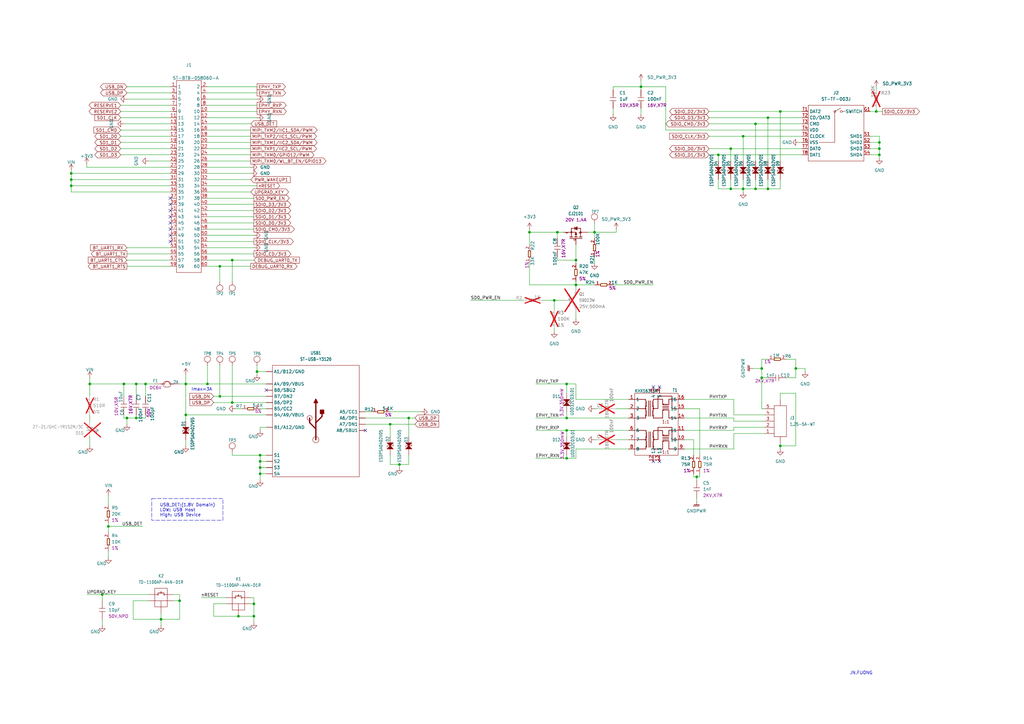
<source format=kicad_sch>
(kicad_sch (version 20231120) (generator "eeschema") (generator_version "8.0")
  (paper "A3")
  (junction (at 312.42 154.94))
  (junction (at 285.75 195.58))
  (junction (at 360.68 58.42))
  (junction (at 243.84 95.25))
  (junction (at 97.79 252.73))
  (junction (at 95.25 165.1))
  (junction (at 304.8 55.88))
  (junction (at 294.64 63.5))
  (junction (at 104.14 247.65))
  (junction (at 76.2 170.18))
  (junction (at 85.09 157.48))
  (junction (at 232.41 171.45))
  (junction (at 55.88 157.48))
  (junction (at 41.91 243.84))
  (junction (at 29.21 71.12))
  (junction (at 299.72 60.96))
  (junction (at 312.42 151.13))
  (junction (at 359.41 45.72))
  (junction (at 217.17 95.25))
  (junction (at 44.45 215.9))
  (junction (at 50.8 157.48))
  (junction (at 160.02 173.99))
  (junction (at 320.04 45.72))
  (junction (at 163.83 190.5))
  (junction (at 167.64 171.45))
  (junction (at 106.68 194.31))
  (junction (at 360.68 63.5))
  (junction (at 106.68 191.77))
  (junction (at 262.89 35.56))
  (junction (at 104.14 252.73))
  (junction (at 90.17 162.56))
  (junction (at 232.41 176.53))
  (junction (at 304.8 77.47))
  (junction (at 90.17 109.22))
  (junction (at 106.68 189.23))
  (junction (at 309.88 77.47))
  (junction (at 52.07 171.45))
  (junction (at 360.68 60.96))
  (junction (at 314.96 48.26))
  (junction (at 106.68 186.69))
  (junction (at 66.04 254))
  (junction (at 76.2 157.48))
  (junction (at 309.88 50.8))
  (junction (at 326.39 151.13))
  (junction (at 29.21 73.66))
  (junction (at 227.33 123.19))
  (junction (at 29.21 76.2))
  (junction (at 59.69 157.48))
  (junction (at 228.6 95.25))
  (junction (at 105.41 152.4))
  (junction (at 236.22 106.68))
  (junction (at 36.83 157.48))
  (junction (at 55.88 171.45))
  (junction (at 73.66 246.38))
  (junction (at 299.72 77.47))
  (junction (at 320.04 182.88))
  (junction (at 232.41 157.48))
  (junction (at 95.25 106.68))
  (junction (at 314.96 77.47))
  (junction (at 236.22 116.84))
  (junction (at 232.41 187.96))
  (no_connect (at 267.97 189.23))
  (no_connect (at 69.85 81.28))
  (no_connect (at 69.85 93.98))
  (no_connect (at 149.86 176.53))
  (no_connect (at 69.85 86.36))
  (no_connect (at 267.97 158.75))
  (no_connect (at 270.51 158.75))
  (no_connect (at 69.85 83.82))
  (no_connect (at 69.85 91.44))
  (no_connect (at 270.51 189.23))
  (no_connect (at 69.85 88.9))
  (no_connect (at 109.22 160.02))
  (no_connect (at 69.85 99.06))
  (no_connect (at 69.85 96.52))
  (wire (pts (xy 328.93 53.34) (xy 273.05 53.34)))
  (wire (pts (xy 299.72 77.47) (xy 304.8 77.47)))
  (wire (pts (xy 29.21 71.12) (xy 29.21 73.66)))
  (wire (pts (xy 299.72 60.96) (xy 299.72 66.04)))
  (wire (pts (xy 300.99 176.53) (xy 300.99 175.26)))
  (wire (pts (xy 232.41 157.48) (xy 232.41 161.29)))
  (wire (pts (xy 236.22 157.48) (xy 236.22 163.83)))
  (wire (pts (xy 304.8 77.47) (xy 304.8 78.74)))
  (wire (pts (xy 104.14 93.98) (xy 85.09 93.98)))
  (wire (pts (xy 273.05 35.56) (xy 262.89 35.56)))
  (wire (pts (xy 320.04 181.61) (xy 320.04 182.88)))
  (wire (pts (xy 330.2 152.4) (xy 330.2 151.13)))
  (wire (pts (xy 106.68 167.64) (xy 109.22 167.64)))
  (wire (pts (xy 76.2 180.34) (xy 76.2 182.88)))
  (wire (pts (xy 300.99 170.18) (xy 313.69 170.18)))
  (wire (pts (xy 90.17 162.56) (xy 109.22 162.56)))
  (wire (pts (xy 90.17 109.22) (xy 102.87 109.22)))
  (wire (pts (xy 54.61 254) (xy 66.04 254)))
  (wire (pts (xy 236.22 184.15) (xy 257.81 184.15)))
  (wire (pts (xy 41.91 243.84) (xy 41.91 246.38)))
  (wire (pts (xy 290.83 45.72) (xy 320.04 45.72)))
  (wire (pts (xy 280.67 167.64) (xy 287.02 167.64)))
  (wire (pts (xy 284.48 195.58) (xy 284.48 194.31)))
  (wire (pts (xy 105.41 152.4) (xy 105.41 153.67)))
  (wire (pts (xy 285.75 204.47) (xy 285.75 205.74)))
  (wire (pts (xy 217.17 95.25) (xy 228.6 95.25)))
  (wire (pts (xy 85.09 71.12) (xy 102.87 71.12)))
  (wire (pts (xy 104.14 91.44) (xy 85.09 91.44)))
  (wire (pts (xy 49.53 45.72) (xy 69.85 45.72)))
  (wire (pts (xy 241.3 95.25) (xy 243.84 95.25)))
  (wire (pts (xy 55.88 157.48) (xy 55.88 162.56)))
  (wire (pts (xy 280.67 171.45) (xy 300.99 171.45)))
  (wire (pts (xy 41.91 254) (xy 41.91 256.54)))
  (wire (pts (xy 320.04 161.29) (xy 326.39 161.29)))
  (wire (pts (xy 104.14 245.11) (xy 104.14 247.65)))
  (wire (pts (xy 320.04 45.72) (xy 320.04 66.04)))
  (wire (pts (xy 106.68 175.26) (xy 106.68 176.53)))
  (wire (pts (xy 356.87 60.96) (xy 360.68 60.96)))
  (wire (pts (xy 92.71 247.65) (xy 87.63 247.65)))
  (wire (pts (xy 44.45 214.63) (xy 44.45 215.9)))
  (wire (pts (xy 294.64 63.5) (xy 328.93 63.5)))
  (wire (pts (xy 251.46 35.56) (xy 251.46 36.83)))
  (wire (pts (xy 44.45 226.06) (xy 44.45 228.6)))
  (wire (pts (xy 36.83 170.18) (xy 36.83 172.72)))
  (wire (pts (xy 73.66 157.48) (xy 76.2 157.48)))
  (wire (pts (xy 290.83 55.88) (xy 304.8 55.88)))
  (wire (pts (xy 300.99 177.8) (xy 313.69 177.8)))
  (wire (pts (xy 52.07 171.45) (xy 55.88 171.45)))
  (wire (pts (xy 322.58 147.32) (xy 326.39 147.32)))
  (wire (pts (xy 163.83 190.5) (xy 167.64 190.5)))
  (wire (pts (xy 359.41 44.45) (xy 359.41 45.72)))
  (wire (pts (xy 95.25 165.1) (xy 109.22 165.1)))
  (wire (pts (xy 236.22 163.83) (xy 257.81 163.83)))
  (wire (pts (xy 95.25 149.86) (xy 95.25 165.1)))
  (wire (pts (xy 304.8 55.88) (xy 304.8 66.04)))
  (wire (pts (xy 76.2 157.48) (xy 85.09 157.48)))
  (wire (pts (xy 287.02 194.31) (xy 287.02 195.58)))
  (wire (pts (xy 359.41 35.56) (xy 359.41 36.83)))
  (wire (pts (xy 76.2 153.67) (xy 76.2 157.48)))
  (wire (pts (xy 95.25 106.68) (xy 95.25 115.57)))
  (wire (pts (xy 90.17 149.86) (xy 90.17 162.56)))
  (wire (pts (xy 312.42 151.13) (xy 312.42 154.94)))
  (wire (pts (xy 109.22 191.77) (xy 106.68 191.77)))
  (wire (pts (xy 232.41 176.53) (xy 232.41 179.07)))
  (wire (pts (xy 85.09 149.86) (xy 85.09 157.48)))
  (wire (pts (xy 59.69 170.18) (xy 59.69 171.45)))
  (wire (pts (xy 66.04 254) (xy 66.04 251.46)))
  (wire (pts (xy 71.12 246.38) (xy 73.66 246.38)))
  (wire (pts (xy 87.63 247.65) (xy 87.63 252.73)))
  (wire (pts (xy 105.41 35.56) (xy 85.09 35.56)))
  (wire (pts (xy 104.14 88.9) (xy 85.09 88.9)))
  (wire (pts (xy 360.68 58.42) (xy 360.68 60.96)))
  (wire (pts (xy 285.75 195.58) (xy 287.02 195.58)))
  (wire (pts (xy 252.73 180.34) (xy 257.81 180.34)))
  (wire (pts (xy 105.41 43.18) (xy 85.09 43.18)))
  (wire (pts (xy 294.64 63.5) (xy 294.64 66.04)))
  (wire (pts (xy 356.87 58.42) (xy 360.68 58.42)))
  (wire (pts (xy 102.87 73.66) (xy 85.09 73.66)))
  (wire (pts (xy 304.8 55.88) (xy 328.93 55.88)))
  (wire (pts (xy 52.07 38.1) (xy 69.85 38.1)))
  (wire (pts (xy 167.64 171.45) (xy 170.18 171.45)))
  (wire (pts (xy 285.75 196.85) (xy 285.75 195.58)))
  (wire (pts (xy 160.02 186.69) (xy 160.02 190.5)))
  (wire (pts (xy 314.96 48.26) (xy 314.96 66.04)))
  (wire (pts (xy 104.14 86.36) (xy 85.09 86.36)))
  (wire (pts (xy 85.09 109.22) (xy 90.17 109.22)))
  (wire (pts (xy 243.84 95.25) (xy 243.84 97.79)))
  (wire (pts (xy 320.04 77.47) (xy 320.04 73.66)))
  (wire (pts (xy 356.87 45.72) (xy 359.41 45.72)))
  (wire (pts (xy 104.14 83.82) (xy 85.09 83.82)))
  (wire (pts (xy 29.21 71.12) (xy 69.85 71.12)))
  (wire (pts (xy 251.46 116.84) (xy 267.97 116.84)))
  (wire (pts (xy 102.87 58.42) (xy 85.09 58.42)))
  (wire (pts (xy 90.17 109.22) (xy 90.17 115.57)))
  (wire (pts (xy 227.33 134.62) (xy 227.33 135.89)))
  (wire (pts (xy 330.2 151.13) (xy 326.39 151.13)))
  (wire (pts (xy 87.63 165.1) (xy 95.25 165.1)))
  (wire (pts (xy 309.88 73.66) (xy 309.88 77.47)))
  (wire (pts (xy 294.64 77.47) (xy 299.72 77.47)))
  (wire (pts (xy 76.2 170.18) (xy 76.2 157.48)))
  (wire (pts (xy 149.86 173.99) (xy 160.02 173.99)))
  (wire (pts (xy 300.99 172.72) (xy 313.69 172.72)))
  (wire (pts (xy 106.68 189.23) (xy 106.68 191.77)))
  (wire (pts (xy 35.56 243.84) (xy 41.91 243.84)))
  (wire (pts (xy 326.39 182.88) (xy 320.04 182.88)))
  (wire (pts (xy 314.96 77.47) (xy 320.04 77.47)))
  (wire (pts (xy 243.84 95.25) (xy 252.73 95.25)))
  (wire (pts (xy 104.14 252.73) (xy 104.14 247.65)))
  (wire (pts (xy 54.61 246.38) (xy 54.61 254)))
  (wire (pts (xy 66.04 254) (xy 66.04 256.54)))
  (wire (pts (xy 60.96 246.38) (xy 54.61 246.38)))
  (wire (pts (xy 290.83 63.5) (xy 294.64 63.5)))
  (wire (pts (xy 29.21 73.66) (xy 69.85 73.66)))
  (wire (pts (xy 97.79 252.73) (xy 104.14 252.73)))
  (wire (pts (xy 232.41 168.91) (xy 232.41 171.45)))
  (wire (pts (xy 85.09 157.48) (xy 109.22 157.48)))
  (wire (pts (xy 59.69 157.48) (xy 63.5 157.48)))
  (wire (pts (xy 102.87 53.34) (xy 85.09 53.34)))
  (wire (pts (xy 41.91 243.84) (xy 60.96 243.84)))
  (wire (pts (xy 320.04 182.88) (xy 320.04 184.15)))
  (wire (pts (xy 217.17 93.98) (xy 217.17 95.25)))
  (wire (pts (xy 96.52 167.64) (xy 99.06 167.64)))
  (wire (pts (xy 312.42 154.94) (xy 314.96 154.94)))
  (wire (pts (xy 309.88 77.47) (xy 314.96 77.47)))
  (wire (pts (xy 163.83 190.5) (xy 163.83 191.77)))
  (wire (pts (xy 232.41 186.69) (xy 232.41 187.96)))
  (wire (pts (xy 327.66 58.42) (xy 328.93 58.42)))
  (wire (pts (xy 104.14 247.65) (xy 102.87 247.65)))
  (wire (pts (xy 356.87 63.5) (xy 360.68 63.5)))
  (wire (pts (xy 219.71 171.45) (xy 232.41 171.45)))
  (wire (pts (xy 85.09 66.04) (xy 102.87 66.04)))
  (wire (pts (xy 106.68 191.77) (xy 106.68 194.31)))
  (wire (pts (xy 104.14 81.28) (xy 85.09 81.28)))
  (wire (pts (xy 285.75 195.58) (xy 284.48 195.58)))
  (wire (pts (xy 29.21 69.85) (xy 29.21 71.12)))
  (wire (pts (xy 304.8 73.66) (xy 304.8 77.47)))
  (wire (pts (xy 262.89 44.45) (xy 262.89 46.99)))
  (wire (pts (xy 87.63 162.56) (xy 90.17 162.56)))
  (wire (pts (xy 105.41 40.64) (xy 85.09 40.64)))
  (wire (pts (xy 326.39 151.13) (xy 326.39 154.94)))
  (wire (pts (xy 300.99 175.26) (xy 313.69 175.26)))
  (wire (pts (xy 280.67 184.15) (xy 300.99 184.15)))
  (wire (pts (xy 104.14 252.73) (xy 104.14 255.27)))
  (wire (pts (xy 167.64 190.5) (xy 167.64 186.69)))
  (wire (pts (xy 109.22 175.26) (xy 106.68 175.26)))
  (wire (pts (xy 95.25 186.69) (xy 95.25 185.42)))
  (wire (pts (xy 35.56 67.31) (xy 35.56 68.58)))
  (wire (pts (xy 290.83 48.26) (xy 314.96 48.26)))
  (wire (pts (xy 44.45 215.9) (xy 44.45 218.44)))
  (wire (pts (xy 280.67 176.53) (xy 300.99 176.53)))
  (wire (pts (xy 85.09 68.58) (xy 102.87 68.58)))
  (wire (pts (xy 50.8 170.18) (xy 50.8 171.45)))
  (wire (pts (xy 300.99 184.15) (xy 300.99 177.8)))
  (wire (pts (xy 309.88 50.8) (xy 309.88 66.04)))
  (wire (pts (xy 95.25 106.68) (xy 104.14 106.68)))
  (wire (pts (xy 55.88 171.45) (xy 55.88 170.18)))
  (wire (pts (xy 217.17 116.84) (xy 236.22 116.84)))
  (wire (pts (xy 312.42 147.32) (xy 312.42 151.13)))
  (wire (pts (xy 326.39 154.94) (xy 322.58 154.94)))
  (wire (pts (xy 71.12 243.84) (xy 73.66 243.84)))
  (wire (pts (xy 236.22 106.68) (xy 236.22 107.95)))
  (wire (pts (xy 49.53 58.42) (xy 69.85 58.42)))
  (wire (pts (xy 73.66 254) (xy 66.04 254)))
  (wire (pts (xy 273.05 53.34) (xy 273.05 35.56)))
  (wire (pts (xy 52.07 106.68) (xy 69.85 106.68)))
  (wire (pts (xy 314.96 48.26) (xy 328.93 48.26)))
  (wire (pts (xy 228.6 95.25) (xy 228.6 97.79)))
  (wire (pts (xy 314.96 147.32) (xy 312.42 147.32)))
  (wire (pts (xy 236.22 128.27) (xy 236.22 130.81)))
  (wire (pts (xy 73.66 243.84) (xy 73.66 246.38)))
  (wire (pts (xy 360.68 55.88) (xy 360.68 58.42)))
  (wire (pts (xy 217.17 95.25) (xy 217.17 100.33)))
  (wire (pts (xy 55.88 157.48) (xy 59.69 157.48)))
  (wire (pts (xy 320.04 45.72) (xy 328.93 45.72)))
  (wire (pts (xy 105.41 149.86) (xy 105.41 152.4)))
  (wire (pts (xy 243.84 105.41) (xy 243.84 107.95)))
  (wire (pts (xy 236.22 100.33) (xy 236.22 106.68)))
  (wire (pts (xy 262.89 33.02) (xy 262.89 35.56)))
  (wire (pts (xy 49.53 55.88) (xy 69.85 55.88)))
  (wire (pts (xy 149.86 168.91) (xy 152.4 168.91)))
  (wire (pts (xy 105.41 38.1) (xy 85.09 38.1)))
  (wire (pts (xy 95.25 186.69) (xy 106.68 186.69)))
  (wire (pts (xy 243.84 91.44) (xy 243.84 95.25)))
  (wire (pts (xy 105.41 76.2) (xy 85.09 76.2)))
  (wire (pts (xy 304.8 77.47) (xy 309.88 77.47)))
  (wire (pts (xy 312.42 154.94) (xy 312.42 167.64)))
  (wire (pts (xy 102.87 245.11) (xy 104.14 245.11)))
  (wire (pts (xy 160.02 190.5) (xy 163.83 190.5)))
  (wire (pts (xy 290.83 60.96) (xy 299.72 60.96)))
  (wire (pts (xy 106.68 186.69) (xy 106.68 189.23)))
  (wire (pts (xy 102.87 60.96) (xy 85.09 60.96)))
  (wire (pts (xy 87.63 252.73) (xy 97.79 252.73)))
  (wire (pts (xy 102.87 55.88) (xy 85.09 55.88)))
  (wire (pts (xy 50.8 162.56) (xy 50.8 157.48)))
  (wire (pts (xy 284.48 180.34) (xy 284.48 186.69)))
  (wire (pts (xy 73.66 246.38) (xy 73.66 254)))
  (wire (pts (xy 60.96 66.04) (xy 69.85 66.04)))
  (wire (pts (xy 232.41 176.53) (xy 257.81 176.53)))
  (wire (pts (xy 228.6 105.41) (xy 228.6 106.68)))
  (wire (pts (xy 104.14 101.6) (xy 85.09 101.6)))
  (wire (pts (xy 52.07 35.56) (xy 69.85 35.56)))
  (wire (pts (xy 320.04 163.83) (xy 320.04 161.29)))
  (wire (pts (xy 314.96 73.66) (xy 314.96 77.47)))
  (wire (pts (xy 52.07 40.64) (xy 69.85 40.64)))
  (wire (pts (xy 217.17 107.95) (xy 217.17 116.84)))
  (wire (pts (xy 219.71 187.96) (xy 232.41 187.96)))
  (wire (pts (xy 287.02 167.64) (xy 287.02 186.69)))
  (wire (pts (xy 160.02 173.99) (xy 170.18 173.99)))
  (wire (pts (xy 232.41 157.48) (xy 236.22 157.48)))
  (wire (pts (xy 290.83 50.8) (xy 309.88 50.8)))
  (wire (pts (xy 236.22 187.96) (xy 236.22 184.15)))
  (wire (pts (xy 85.09 106.68) (xy 95.25 106.68)))
  (wire (pts (xy 29.21 76.2) (xy 29.21 78.74)))
  (wire (pts (xy 309.88 50.8) (xy 328.93 50.8)))
  (wire (pts (xy 104.14 99.06) (xy 85.09 99.06)))
  (wire (pts (xy 243.84 180.34) (xy 245.11 180.34)))
  (wire (pts (xy 85.09 63.5) (xy 102.87 63.5)))
  (wire (pts (xy 312.42 167.64) (xy 313.69 167.64)))
  (wire (pts (xy 167.64 171.45) (xy 167.64 179.07)))
  (wire (pts (xy 109.22 170.18) (xy 76.2 170.18)))
  (wire (pts (xy 300.99 163.83) (xy 300.99 170.18)))
  (wire (pts (xy 29.21 78.74) (xy 69.85 78.74)))
  (wire (pts (xy 326.39 161.29) (xy 326.39 182.88)))
  (wire (pts (xy 326.39 147.32) (xy 326.39 151.13)))
  (wire (pts (xy 360.68 63.5) (xy 360.68 64.77)))
  (wire (pts (xy 105.41 48.26) (xy 85.09 48.26)))
  (wire (pts (xy 299.72 60.96) (xy 328.93 60.96)))
  (wire (pts (xy 36.83 157.48) (xy 50.8 157.48)))
  (wire (pts (xy 308.61 151.13) (xy 312.42 151.13)))
  (wire (pts (xy 280.67 163.83) (xy 300.99 163.83)))
  (wire (pts (xy 280.67 180.34) (xy 284.48 180.34)))
  (wire (pts (xy 59.69 157.48) (xy 59.69 162.56)))
  (wire (pts (xy 356.87 55.88) (xy 360.68 55.88)))
  (wire (pts (xy 44.45 215.9) (xy 58.42 215.9)))
  (wire (pts (xy 35.56 68.58) (xy 69.85 68.58)))
  (wire (pts (xy 44.45 203.2) (xy 44.45 207.01)))
  (wire (pts (xy 222.25 123.19) (xy 227.33 123.19)))
  (wire (pts (xy 252.73 93.98) (xy 252.73 95.25)))
  (wire (pts (xy 109.22 194.31) (xy 106.68 194.31)))
  (wire (pts (xy 236.22 115.57) (xy 236.22 116.84)))
  (wire (pts (xy 55.88 171.45) (xy 59.69 171.45)))
  (wire (pts (xy 106.68 194.31) (xy 106.68 196.85)))
  (wire (pts (xy 160.02 173.99) (xy 160.02 179.07)))
  (wire (pts (xy 82.55 245.11) (xy 92.71 245.11)))
  (wire (pts (xy 231.14 95.25) (xy 228.6 95.25)))
  (wire (pts (xy 50.8 157.48) (xy 55.88 157.48)))
  (wire (pts (xy 29.21 76.2) (xy 69.85 76.2)))
  (wire (pts (xy 359.41 45.72) (xy 361.95 45.72)))
  (wire (pts (xy 219.71 157.48) (xy 232.41 157.48)))
  (wire (pts (xy 104.14 96.52) (xy 85.09 96.52)))
  (wire (pts (xy 109.22 189.23) (xy 106.68 189.23)))
  (wire (pts (xy 251.46 44.45) (xy 251.46 46.99)))
  (wire (pts (xy 262.89 35.56) (xy 251.46 35.56)))
  (wire (pts (xy 262.89 35.56) (xy 262.89 36.83)))
  (wire (pts (xy 76.2 170.18) (xy 76.2 172.72)))
  (wire (pts (xy 299.72 73.66) (xy 299.72 77.47)))
  (wire (pts (xy 232.41 187.96) (xy 236.22 187.96)))
  (wire (pts (xy 50.8 171.45) (xy 52.07 171.45)))
  (wire (pts (xy 219.71 176.53) (xy 232.41 176.53)))
  (wire (pts (xy 227.33 123.19) (xy 231.14 123.19)))
  (wire (pts (xy 49.53 60.96) (xy 69.85 60.96)))
  (wire (pts (xy 36.83 179.07) (xy 36.83 182.88)))
  (wire (pts (xy 106.68 186.69) (xy 109.22 186.69)))
  (wire (pts (xy 252.73 167.64) (xy 257.81 167.64)))
  (wire (pts (xy 102.87 50.8) (xy 85.09 50.8)))
  (wire (pts (xy 243.84 167.64) (xy 245.11 167.64)))
  (wire (pts (xy 228.6 106.68) (xy 236.22 106.68)))
  (wire (pts (xy 36.83 154.94) (xy 36.83 157.48)))
  (wire (pts (xy 102.87 78.74) (xy 85.09 78.74)))
  (wire (pts (xy 52.07 101.6) (xy 69.85 101.6)))
  (wire (pts (xy 49.53 48.26) (xy 69.85 48.26)))
  (wire (pts (xy 29.21 73.66) (xy 29.21 76.2)))
  (wire (pts (xy 49.53 53.34) (xy 69.85 53.34)))
  (wire (pts (xy 300.99 171.45) (xy 300.99 172.72)))
  (wire (pts (xy 236.22 116.84) (xy 236.22 118.11)))
  (wire (pts (xy 227.33 123.19) (xy 227.33 127)))
  (wire (pts (xy 193.04 123.19) (xy 214.63 123.19)))
  (wire (pts (xy 105.41 45.72) (xy 85.09 45.72)))
  (wire (pts (xy 52.07 171.45) (xy 52.07 173.99)))
  (wire (pts (xy 360.68 60.96) (xy 360.68 63.5)))
  (wire (pts (xy 52.07 104.14) (xy 69.85 104.14)))
  (wire (pts (xy 149.86 171.45) (xy 167.64 171.45)))
  (wire (pts (xy 50.8 50.8) (xy 69.85 50.8)))
  (wire (pts (xy 236.22 116.84) (xy 243.84 116.84)))
  (wire (pts (xy 160.02 168.91) (xy 172.72 168.91)))
  (wire (pts (xy 69.85 43.18) (xy 49.53 43.18)))
  (wire (pts (xy 294.64 73.66) (xy 294.64 77.47)))
  (wire (pts (xy 49.53 63.5) (xy 69.85 63.5)))
  (wire (pts (xy 36.83 157.48) (xy 36.83 162.56)))
  (wire (pts (xy 109.22 152.4) (xy 105.41 152.4)))
  (wire (pts (xy 232.41 171.45) (xy 257.81 171.45)))
  (wire (pts (xy 104.14 104.14) (xy 85.09 104.14)))
  (wire (pts (xy 52.07 109.22) (xy 69.85 109.22)))
  (rectangle (start 62.23 204.47) (end 91.44 213.36) (stroke (width 0) (type dash)))
  (text "JN.FUONG" (at 348.488 276.86 0) (effects (font (size 1.27 1.27)) (justify left bottom)))
  (text "USB_DET:(1.8V Domain)\nLOW: USB Host\nHigh: USB Device" (at 65.532 209.296 0) (effects (font (size 1.27 1.27)) (justify left)))
  (text "Imax=3A\n" (at 78.486 160.528 0) (effects (font (size 1.27 1.27)) (justify left bottom)))
  (label "EPHY_RXP" (at 219.71 176.53 0))
  (label "SD0_PWR_EN" (at 267.97 116.84 180))
  (label "PHYTXP" (at 290.83 163.83 0))
  (label "EPHY_TXN" (at 219.71 171.45 0))
  (label "PHYTXN" (at 290.83 171.45 0))
  (label "EPHY_TXP" (at 219.71 157.48 0))
  (label "PHYRXN" (at 290.83 184.15 0))
  (label "SD0_PWR_EN" (at 193.04 123.19 0))
  (label "nRESET" (at 82.55 245.11 0))
  (label "USB_DET" (at 58.42 215.9 180))
  (label "PHYRXP" (at 290.83 176.53 0))
  (label "EPHY_RXN" (at 219.71 187.96 0))
  (label "UPGRAD_KEY" (at 35.56 243.84 0))
  (global_label "EPHY_RXP" (shape output) (at 105.41 43.18 0) (property "Intersheetrefs" "${INTERSHEET_REFS}" (effects (hide yes))))
  (global_label "USB_DP" (shape input) (at 170.18 171.45 0) (property "Intersheetrefs" "${INTERSHEET_REFS}" (effects (hide yes))))
  (global_label "USB_DN" (shape input) (at 87.63 162.56 180) (property "Intersheetrefs" "${INTERSHEET_REFS}" (effects (hide yes))))
  (global_label "MIPI_TXP2{slash}IIC1_SCL{slash}PWM" (shape output) (at 102.87 55.88 0) (property "Intersheetrefs" "${INTERSHEET_REFS}" (effects (hide yes))))
  (global_label "MIPI_TXP1{slash}IIC2_SCL{slash}PWM" (shape output) (at 102.87 60.96 0) (property "Intersheetrefs" "${INTERSHEET_REFS}" (effects (hide yes))))
  (global_label "SDIO_CLK{slash}3V3" (shape input) (at 290.83 55.88 180) (property "Intersheetrefs" "${INTERSHEET_REFS}" (effects (hide yes))))
  (global_label "MIPI_TXM2{slash}IIC1_SDA{slash}PWM" (shape output) (at 102.87 53.34 0) (property "Intersheetrefs" "${INTERSHEET_REFS}" (effects (hide yes))))
  (global_label "BT_UART1_RTS" (shape output) (at 52.07 109.22 180) (property "Intersheetrefs" "${INTERSHEET_REFS}" (effects (hide yes))))
  (global_label "USB_DN" (shape input) (at 170.18 173.99 0) (property "Intersheetrefs" "${INTERSHEET_REFS}" (effects (hide yes))))
  (global_label "BT_UART1_TX" (shape output) (at 52.07 104.14 180) (property "Intersheetrefs" "${INTERSHEET_REFS}" (effects (hide yes))))
  (global_label "USB_DN" (shape bidirectional) (at 52.07 35.56 180) (property "Intersheetrefs" "${INTERSHEET_REFS}" (effects (hide yes))))
  (global_label "SDIO_D3{slash}3V3" (shape output) (at 104.14 83.82 0) (property "Intersheetrefs" "${INTERSHEET_REFS}" (effects (hide yes))))
  (global_label "MIPI_TXM1{slash}IIC2_SDA{slash}PWM" (shape output) (at 102.87 58.42 0) (property "Intersheetrefs" "${INTERSHEET_REFS}" (effects (hide yes))))
  (global_label "SDIO_CMD{slash}3V3" (shape bidirectional) (at 290.83 50.8 180) (property "Intersheetrefs" "${INTERSHEET_REFS}" (effects (hide yes))))
  (global_label "nRESET" (shape output) (at 105.41 76.2 0) (property "Intersheetrefs" "${INTERSHEET_REFS}" (effects (hide yes))))
  (global_label "SD1_D3" (shape bidirectional) (at 49.53 63.5 180) (property "Intersheetrefs" "${INTERSHEET_REFS}" (effects (hide yes))))
  (global_label "SD0_PWR_EN" (shape output) (at 104.14 81.28 0) (property "Intersheetrefs" "${INTERSHEET_REFS}" (effects (hide yes))))
  (global_label "RESERVE1" (shape bidirectional) (at 49.53 43.18 180) (property "Intersheetrefs" "${INTERSHEET_REFS}" (effects (hide yes))))
  (global_label "SDIO_CMD{slash}3V3" (shape output) (at 104.14 93.98 0) (property "Intersheetrefs" "${INTERSHEET_REFS}" (effects (hide yes))))
  (global_label "DEBUG_UART0_RX" (shape output) (at 102.87 109.22 0) (property "Intersheetrefs" "${INTERSHEET_REFS}" (effects (hide yes))))
  (global_label "MIPI_TXM0{slash}WL_BT_EN{slash}GPIO13" (shape output) (at 102.87 66.04 0) (property "Intersheetrefs" "${INTERSHEET_REFS}" (effects (hide yes))))
  (global_label "SDIO_D1{slash}3V3" (shape output) (at 104.14 88.9 0) (property "Intersheetrefs" "${INTERSHEET_REFS}" (effects (hide yes))))
  (global_label "SDIO_CLK{slash}3V3" (shape output) (at 104.14 99.06 0) (property "Intersheetrefs" "${INTERSHEET_REFS}" (effects (hide yes))))
  (global_label "USB_DP" (shape bidirectional) (at 52.07 38.1 180) (property "Intersheetrefs" "${INTERSHEET_REFS}" (effects (hide yes))))
  (global_label "RESERVE2" (shape bidirectional) (at 49.53 45.72 180) (property "Intersheetrefs" "${INTERSHEET_REFS}" (effects (hide yes))))
  (global_label "USB_DET" (shape input) (at 102.87 50.8 0) (property "Intersheetrefs" "${INTERSHEET_REFS}" (effects (hide yes))))
  (global_label "SDIO_D1{slash}3V3" (shape bidirectional) (at 290.83 63.5 180) (property "Intersheetrefs" "${INTERSHEET_REFS}" (effects (hide yes))))
  (global_label "SDIO_D0{slash}3V3" (shape output) (at 104.14 91.44 0) (property "Intersheetrefs" "${INTERSHEET_REFS}" (effects (hide yes))))
  (global_label "SDIO_D0{slash}3V3" (shape bidirectional) (at 290.83 60.96 180) (property "Intersheetrefs" "${INTERSHEET_REFS}" (effects (hide yes))))
  (global_label "BT_UART1_RX" (shape input) (at 52.07 101.6 180) (property "Intersheetrefs" "${INTERSHEET_REFS}" (effects (hide yes))))
  (global_label "SDIO_D3{slash}3V3" (shape bidirectional) (at 290.83 48.26 180) (property "Intersheetrefs" "${INTERSHEET_REFS}" (effects (hide yes))))
  (global_label "BT_UART1_CTS" (shape input) (at 52.07 106.68 180) (property "Intersheetrefs" "${INTERSHEET_REFS}" (effects (hide yes))))
  (global_label "SD1_D0" (shape bidirectional) (at 49.53 55.88 180) (property "Intersheetrefs" "${INTERSHEET_REFS}" (effects (hide yes))))
  (global_label "SDIO_CD{slash}3V3" (shape output) (at 104.14 104.14 0) (property "Intersheetrefs" "${INTERSHEET_REFS}" (effects (hide yes))))
  (global_label "USB_DP" (shape input) (at 87.63 165.1 180) (property "Intersheetrefs" "${INTERSHEET_REFS}" (effects (hide yes))))
  (global_label "SDIO_D2{slash}3V3" (shape output) (at 104.14 86.36 0) (property "Intersheetrefs" "${INTERSHEET_REFS}" (effects (hide yes))))
  (global_label "SD1_CMD" (shape input) (at 49.53 53.34 180) (property "Intersheetrefs" "${INTERSHEET_REFS}" (effects (hide yes))))
  (global_label "SDIO_CD{slash}3V3" (shape output) (at 361.95 45.72 0) (property "Intersheetrefs" "${INTERSHEET_REFS}" (effects (hide yes))))
  (global_label "DEBUG_UART0_TX" (shape input) (at 104.14 106.68 0) (property "Intersheetrefs" "${INTERSHEET_REFS}" (effects (hide yes))))
  (global_label "UPGRAD_KEY" (shape bidirectional) (at 102.87 78.74 0) (property "Intersheetrefs" "${INTERSHEET_REFS}" (effects (hide yes))))
  (global_label "EPHY_TXN" (shape output) (at 105.41 38.1 0) (property "Intersheetrefs" "${INTERSHEET_REFS}" (effects (hide yes))))
  (global_label "MIPI_TXM0{slash}GPIO12{slash}PWM" (shape output) (at 102.87 63.5 0) (property "Intersheetrefs" "${INTERSHEET_REFS}" (effects (hide yes))))
  (global_label "EPHY_TXP" (shape output) (at 105.41 35.56 0) (property "Intersheetrefs" "${INTERSHEET_REFS}" (effects (hide yes))))
  (global_label "SD1_CLK" (shape input) (at 49.53 48.26 180) (property "Intersheetrefs" "${INTERSHEET_REFS}" (effects (hide yes))))
  (global_label "PWR_WAKEUP1" (shape input) (at 102.87 73.66 0) (property "Intersheetrefs" "${INTERSHEET_REFS}" (effects (hide yes))))
  (global_label "SD1_D1" (shape bidirectional) (at 49.53 58.42 180) (property "Intersheetrefs" "${INTERSHEET_REFS}" (effects (hide yes))))
  (global_label "SDIO_D2{slash}3V3" (shape bidirectional) (at 290.83 45.72 180) (property "Intersheetrefs" "${INTERSHEET_REFS}" (effects (hide yes))))
  (global_label "EPHY_RXN" (shape output) (at 105.41 45.72 0) (property "Intersheetrefs" "${INTERSHEET_REFS}" (effects (hide yes))))
  (global_label "SD1_D2" (shape bidirectional) (at 49.53 60.96 180) (property "Intersheetrefs" "${INTERSHEET_REFS}" (effects (hide yes))))
  (symbol (lib_id "P & G:+3V3") (at 217.17 93.98 0) (unit 1)
    (property "Reference" "#PWR037" (effects (hide yes)))
    (property "Value" "+3V3" (at 217.17 88.9 0))
  )
  (symbol (lib_id "libdb:Misc/TP35C_SMD") (at 95.25 147.32 90) (unit 1)
    (property "Reference" "TP5" (at 93.726 145.034 90) (effects (font (size 1.27 1.0795)) (justify right)))
    (property "Value" "Test Point" (effects (hide yes)))
    (property "Footprint" "Misc:TP-D35MIL" (effects (hide yes)))
    (property "Description" "Test Point;TP35C_SMD" (effects (hide yes)))
    (property "SKU" "TP35C_SMD" (effects (hide yes)))
    (property "Part Type" "Test Point" (effects (hide yes)))
  )
  (symbol (lib_id "libdb:Capacitors/302011962") (at 318.77 154.94 270) (unit 1)
    (property "Reference" "C10" (at 320.04 153.924 90) (effects (justify left)))
    (property "Value" "1nF" (at 314.198 153.924 90) (effects (justify left)))
    (property "Footprint" "Capacitor:C1206" (effects (hide yes)))
    (property "Description" "SMD CAP Ceramic 1nF-2kV-10%-X7R;1206" (effects (hide yes)))
    (property "Manufacturer" "YAGEO" (effects (hide yes)))
    (property "MPN" "CC1206KKX7RDBB102" (effects (hide yes)))
    (property "SKU" "302011962" (effects (hide yes)))
    (property "Part Type" "Ceramic" (effects (hide yes)))
    (property "Voltage Rating" "2KV,X7R" (at 309.626 156.21 90) (effects (justify left)))
    (property "Status" "Zola_Gateway" (effects (hide yes)))
    (property "Temperature" "-55°C to 125°C" (effects (hide yes)))
  )
  (symbol (lib_id "libdb:Diode/304060074") (at 76.2 176.53 90) (mirror x) (unit 1)
    (property "Reference" "D1" (at 75.184 173.736 0) (effects (font (size 1.27 1.0795))))
    (property "Value" "ESDPSA0402V05" (at 78.994 177.8 0) (effects (font (size 1.27 1.0795))))
    (property "Footprint" "Diode:ESD-0402" (effects (hide yes)))
    (property "Description" "SMD Diode ESD 0.05pF;0402" (effects (hide yes)))
    (property "Manufacturer" "SEMITEL" (effects (hide yes)))
    (property "MPN" "ESDPSA0402V05" (effects (hide yes)))
    (property "SKU" "304060074" (effects (hide yes)))
    (property "Part Type" "ESD" (effects (hide yes)))
  )
  (symbol (lib_id "libdb:Capacitors/302010004") (at 262.89 40.64 0) (unit 1)
    (property "Reference" "C2" (at 265.43 38.0999 0) (effects (justify left)))
    (property "Value" "100nF" (at 265.43 40.6399 0) (effects (justify left)))
    (property "Footprint" "Capacitor:C0402" (effects (hide yes)))
    (property "Description" "SMD CAP Ceramic 100nF-16V-10%-X7R;0402" (effects (hide yes)))
    (property "Manufacturer" "YAGEO" (effects (hide yes)))
    (property "MPN" "CC0402KRX7R7BB104" (effects (hide yes)))
    (property "SKU" "302010004" (effects (hide yes)))
    (property "Part Type" "Ceramic" (effects (hide yes)))
    (property "Voltage Rating" "16V,X7R" (at 265.43 43.1799 0) (effects (justify left)))
    (property "Status" "BeagleBone Carrier Board" (effects (hide yes)))
    (property "Temperature" "-55°C to 125°C" (effects (hide yes)))
  )
  (symbol (lib_id "P & G:GND") (at 243.84 180.34 270) (mirror x) (unit 1)
    (property "Reference" "#PWR022" (effects (hide yes)))
    (property "Value" "GND" (at 240.03 180.3399 90) (effects (justify right)))
  )
  (symbol (lib_id "libdb:Diode/304090030") (at 36.83 175.26 270) (unit 1) (dnp yes)
    (property "Reference" "D10" (at 34.29 177.6096 90) (effects (font (size 1.27 1.0795)) (justify right)))
    (property "Value" "27-21/GHC-YR1S2M/3C" (at 34.29 175.0696 90) (effects (font (size 1.27 1.0795)) (justify right)))
    (property "Footprint" "Diode:LED2-0.6X1.7MM" (effects (hide yes)))
    (property "Description" "SMD LED Clear-Green;0603(侧贴)" (effects (hide yes)))
    (property "Manufacturer" "Everlight" (effects (hide yes)))
    (property "MPN" "27-21/GHC-YR1S2M/3C" (effects (hide yes)))
    (property "SKU" "304090030" (effects (hide yes)))
    (property "Part Type" "LED" (effects (hide yes)))
  )
  (symbol (lib_id "Seeed_libdb:Misc/TP-80X40MIL") (at 95.25 118.11 270) (unit 1)
    (property "Reference" "TP1" (at 96.774 120.396 90) (effects (font (size 1.27 1.0795)) (justify right)))
    (property "Value" "Test Point" (effects (hide yes)))
    (property "Footprint" "Misc:TP-80X40MIL" (effects (hide yes)))
    (property "Description" "Test Point;TP80X40_SMD" (effects (hide yes)))
    (property "SKU" "TP-80X40MIL" (effects (hide yes)))
    (property "Part Type" "Test Point" (effects (hide yes)))
  )
  (symbol (lib_id "libdb:Capacitors/302010012") (at 59.69 166.37 0) (unit 1)
    (property "Reference" "C11" (at 61.214 165.1 90) (effects (justify left)))
    (property "Value" "100pF" (at 62.484 172.72 90) (effects (justify left)))
    (property "Footprint" "Capacitor:C0402" (effects (hide yes)))
    (property "Description" "SMD CAP Ceramic 100pF-50V-5%-NPO;0402" (effects (hide yes)))
    (property "Manufacturer" "YAGEO" (effects (hide yes)))
    (property "MPN" "CC0402JRNPO9BN101" (effects (hide yes)))
    (property "SKU" "302010012" (effects (hide yes)))
    (property "Part Type" "Ceramic" (effects (hide yes)))
    (property "Voltage Rating" "50V" (at 60.96 171.196 90) (effects (justify left)))
    (property "Status" "Testo PoE" (effects (hide yes)))
    (property "Temperature" "-55°C to 125°C" (effects (hide yes)))
  )
  (symbol (lib_id "libdb:Resistors/301010441") (at 217.17 104.14 270) (mirror x) (unit 1)
    (property "Reference" "R22" (at 218.44 98.806 0) (effects (justify right)))
    (property "Value" "33K" (at 217.678 108.966 0) (effects (justify left bottom)))
    (property "Footprint" "Resistor:R0402" (effects (hide yes)))
    (property "Description" "SMD RES 33K-1%-1/16W;0402" (effects (hide yes)))
    (property "Manufacturer" "YAGEO" (effects (hide yes)))
    (property "MPN" "RC0402FR-0733KL" (effects (hide yes)))
    (property "SKU" "301010441" (effects (hide yes)))
    (property "Resistance" "33K" (effects (hide yes)))
    (property "Part Type" "RES" (effects (hide yes)))
    (property "Power Rating" "1%" (at 216.154 108.712 0))
    (property "Status" "Recamera" (effects (hide yes)))
    (property "Temperature" "-55°C to 155°C" (effects (hide yes)))
  )
  (symbol (lib_id "P & G:GND") (at 106.68 176.53 0) (unit 1)
    (property "Reference" "#PWR011" (effects (hide yes)))
    (property "Value" "GND" (at 103.886 179.07 0))
  )
  (symbol (lib_id "libdb:Resistors/301010410") (at 318.77 147.32 0) (unit 1)
    (property "Reference" "R6" (at 324.612 146.05 0) (effects (justify right)))
    (property "Value" "1M" (at 319.786 145.796 0) (effects (justify right)))
    (property "Footprint" "Resistor:R1206" (effects (hide yes)))
    (property "Description" "SMD RES 1M-1%-1/4W;1206" (effects (hide yes)))
    (property "Manufacturer" "YAGEO" (effects (hide yes)))
    (property "MPN" "RC1206FR-071ML" (effects (hide yes)))
    (property "SKU" "301010410" (effects (hide yes)))
    (property "Resistance" "1M" (effects (hide yes)))
    (property "Part Type" "RES" (effects (hide yes)))
    (property "Power Rating" "1%" (at 316.23 148.336 0) (effects (justify right)))
    (property "Status" "Sensecap Gateway V1" (effects (hide yes)))
    (property "Temperature" "-55°C to 155°C" (effects (hide yes)))
  )
  (symbol (lib_id "libdb:Diode/304060074") (at 160.02 182.88 90) (mirror x) (unit 1)
    (property "Reference" "D2" (at 159.004 180.086 0) (effects (font (size 1.27 1.0795))))
    (property "Value" "ESDPSA0402V05" (at 156.21 182.88 0) (effects (font (size 1.27 1.0795))))
    (property "Footprint" "Diode:ESD-0402" (effects (hide yes)))
    (property "Description" "SMD Diode ESD 0.05pF;0402" (effects (hide yes)))
    (property "Manufacturer" "SEMITEL" (effects (hide yes)))
    (property "MPN" "ESDPSA0402V05" (effects (hide yes)))
    (property "SKU" "304060074" (effects (hide yes)))
    (property "Part Type" "ESD" (effects (hide yes)))
  )
  (symbol (lib_id "P & G:GND") (at 163.83 191.77 0) (unit 1)
    (property "Reference" "#PWR017" (effects (hide yes)))
    (property "Value" "GND" (at 161.036 194.31 0))
  )
  (symbol (lib_id "libdb:Resistors/301010017") (at 156.21 168.91 0) (unit 1)
    (property "Reference" "R12" (at 151.384 167.894 0))
    (property "Value" "5.1K" (at 156.845 168.275 0) (effects (justify left bottom)))
    (property "Footprint" "Resistor:R0402" (effects (hide yes)))
    (property "Description" "SMD RES 5.1K-5%-1/16W;0402" (effects (hide yes)))
    (property "Manufacturer" "YAGEO" (effects (hide yes)))
    (property "MPN" "RC0402JR-075K1L" (effects (hide yes)))
    (property "SKU" "301010017" (effects (hide yes)))
    (property "Resistance" "5.1K" (effects (hide yes)))
    (property "Part Type" "RES" (effects (hide yes)))
    (property "Power Rating" "5%" (at 159.258 170.18 0))
    (property "Status" "Grove AI HAT for Edge Computing" (effects (hide yes)))
    (property "Temperature" "-55°C to 155°C" (effects (hide yes)))
  )
  (symbol (lib_id "P & G:GND") (at 36.83 182.88 0) (unit 1)
    (property "Reference" "#PWR033" (effects (hide yes)))
    (property "Value" "GND" (at 34.036 185.42 0))
  )
  (symbol (lib_id "P & G:+3V3") (at 35.56 67.31 0) (mirror y) (unit 1)
    (property "Reference" "#PWR02" (effects (hide yes)))
    (property "Value" "+3V3" (at 35.56 64.008 0))
  )
  (symbol (lib_id "P & G:+5V") (at 29.21 69.85 0) (mirror y) (unit 1)
    (property "Reference" "#PWR01" (effects (hide yes)))
    (property "Value" "VIN" (at 29.21 66.548 0))
  )
  (symbol (lib_id "P & G:GND") (at 102.87 68.58 90) (mirror x) (unit 1)
    (property "Reference" "#PWR06" (effects (hide yes)))
    (property "Value" "GND" (at 106.68 68.5799 90) (effects (justify right)))
  )
  (symbol (lib_id "libdb:Resistors/301010456") (at 243.84 101.6 90) (unit 1)
    (property "Reference" "R21" (at 242.824 104.394 0) (effects (justify right)))
    (property "Value" "100K" (at 245.872 100.584 0) (effects (justify left bottom)))
    (property "Footprint" "Resistor:R0402" (effects (hide yes)))
    (property "Description" "SMD RES 100K-1%-1/16W;0402" (effects (hide yes)))
    (property "Manufacturer" "YAGEO" (effects (hide yes)))
    (property "MPN" "RC0402FR-07100KL" (effects (hide yes)))
    (property "SKU" "301010456" (effects (hide yes)))
    (property "Resistance" "100K" (effects (hide yes)))
    (property "Part Type" "RES" (effects (hide yes)))
    (property "Power Rating" "1%" (at 245.11 104.14 0))
    (property "Status" "BeagleBone Carrier Board" (effects (hide yes)))
    (property "Temperature" "-55°C to 155°C" (effects (hide yes)))
  )
  (symbol (lib_id "libdb:Capacitors/302010004") (at 248.92 167.64 90) (unit 1) (dnp yes)
    (property "Reference" "C3" (at 246.126 166.37 90))
    (property "Value" "100nF" (at 250.825 161.925 0))
    (property "Footprint" "Capacitor:C0402" (effects (hide yes)))
    (property "Description" "SMD CAP Ceramic 100nF-16V-10%-X7R;0402" (effects (hide yes)))
    (property "Manufacturer" "YAGEO" (effects (hide yes)))
    (property "MPN" "CC0402KRX7R7BB104" (effects (hide yes)))
    (property "SKU" "302010004" (effects (hide yes)))
    (property "Part Type" "Ceramic" (effects (hide yes)))
    (property "Voltage Rating" "16V,X7R" (at 248.92 167.64 0))
    (property "Status" "BeagleBone Carrier Board" (effects (hide yes)))
    (property "Temperature" "-55°C to 125°C" (effects (hide yes)))
  )
  (symbol (lib_id "libdb:Connector/320090000") (at 341.63 54.61 0) (unit 1)
    (property "Reference" "J2" (at 342.9 38.1 0))
    (property "Value" "ST-TF-003J" (at 342.9 40.64 0))
    (property "Footprint" "Connector:MICRO-SD-CARD-9P" (effects (hide yes)))
    (property "Description" "SMD SD Card Holder;9P-L14.7*W13.8*H1.0mm" (effects (hide yes)))
    (property "Manufacturer" "SUNGTECH" (effects (hide yes)))
    (property "MPN" "ST-TF-003J" (effects (hide yes)))
    (property "SKU" "320090000" (effects (hide yes)))
    (property "Part Type" "Connectors" (effects (hide yes)))
  )
  (symbol (lib_id "libdb:Misc/TP35C_SMD") (at 90.17 147.32 90) (unit 1)
    (property "Reference" "TP4" (at 88.646 145.034 90) (effects (font (size 1.27 1.0795)) (justify right)))
    (property "Value" "Test Point" (effects (hide yes)))
    (property "Footprint" "Misc:TP-D35MIL" (effects (hide yes)))
    (property "Description" "Test Point;TP35C_SMD" (effects (hide yes)))
    (property "SKU" "TP35C_SMD" (effects (hide yes)))
    (property "Part Type" "Test Point" (effects (hide yes)))
  )
  (symbol (lib_id "libdb:Resistors/301010006") (at 247.65 116.84 0) (unit 1)
    (property "Reference" "R24" (at 242.062 115.824 0))
    (property "Value" "1K" (at 250.698 116.586 0) (effects (justify left bottom)))
    (property "Footprint" "Resistor:R0402" (effects (hide yes)))
    (property "Description" "SMD RES 1K-5%-1/16W;0402" (effects (hide yes)))
    (property "Manufacturer" "YAGEO" (effects (hide yes)))
    (property "MPN" "RC0402JR-071KL" (effects (hide yes)))
    (property "SKU" "301010006" (effects (hide yes)))
    (property "Resistance" "1K" (effects (hide yes)))
    (property "Part Type" "RES" (effects (hide yes)))
    (property "Power Rating" "5%" (at 251.206 118.11 0))
    (property "Status" "BeagleBone Carrier Board" (effects (hide yes)))
    (property "Temperature" "-55°C to 155°C" (effects (hide yes)))
  )
  (symbol (lib_id "P & G:+5V") (at 44.45 203.2 0) (unit 1)
    (property "Reference" "#PWR041" (effects (hide yes)))
    (property "Value" "VIN" (at 42.926 199.136 0) (effects (justify left)))
  )
  (symbol (lib_id "libdb:Diode/304060354") (at 232.41 182.88 270) (mirror x) (unit 1)
    (property "Reference" "D12" (at 229.87 180.3399 90) (effects (font (size 1.27 1.0795)) (justify right)))
    (property "Value" "UDD32C03L01" (at 234.188 187.706 0) (effects (font (size 1.27 1.0795)) (justify left bottom)))
    (property "Footprint" "Diode:SOD-323" (effects (hide yes)))
    (property "Description" "SMD Diode ESD 3.3V-350W;SOD-323" (effects (hide yes)))
    (property "Manufacturer" "BrightKing" (effects (hide yes)))
    (property "MPN" "UDD32C03L01" (effects (hide yes)))
    (property "SKU" "304060354" (effects (hide yes)))
    (property "Part Type" "ESD" (effects (hide yes)))
    (property "Rating" "3.3V,350mW" (at 230.632 182.626 0))
    (property "Status" "Recamera" (effects (hide yes)))
    (property "Temperature" "-50°C to 150°C" (effects (hide yes)))
  )
  (symbol (lib_id "P & G:+5V") (at 36.83 154.94 0) (mirror y) (unit 1)
    (property "Reference" "#PWR044" (effects (hide yes)))
    (property "Value" "VIN" (at 36.83 151.638 0))
  )
  (symbol (lib_id "P & G:GND") (at 104.14 101.6 90) (mirror x) (unit 1)
    (property "Reference" "#PWR031" (effects (hide yes)))
    (property "Value" "GND" (at 109.22 101.6 0))
  )
  (symbol (lib_id "P & G:GND") (at 360.68 64.77 0) (unit 1)
    (property "Reference" "#PWR023" (effects (hide yes)))
    (property "Value" "GND" (at 360.68 69.85 0))
  )
  (symbol (lib_id "P & G:GND") (at 320.04 184.15 0) (unit 1)
    (property "Reference" "#PWR030" (effects (hide yes)))
    (property "Value" "GND" (at 320.04 189.23 0))
  )
  (symbol (lib_id "P & G:GND") (at 236.22 130.81 0) (unit 1)
    (property "Reference" "#PWR036" (effects (hide yes)))
    (property "Value" "GND" (at 236.22 135.89 0))
  )
  (symbol (lib_id "P & G:GND") (at 52.07 40.64 270) (mirror x) (unit 1)
    (property "Reference" "#PWR04" (effects (hide yes)))
    (property "Value" "GND" (at 48.26 40.6401 90) (effects (justify right)))
  )
  (symbol (lib_id "libdb:Capacitors/302011962") (at 285.75 200.66 0) (unit 1)
    (property "Reference" "C5" (at 288.29 198.1199 0) (effects (justify left)))
    (property "Value" "1nF" (at 288.29 200.6599 0) (effects (justify left)))
    (property "Footprint" "Capacitor:C1206" (effects (hide yes)))
    (property "Description" "SMD CAP Ceramic 1nF-2kV-10%-X7R;1206" (effects (hide yes)))
    (property "Manufacturer" "YAGEO" (effects (hide yes)))
    (property "MPN" "CC1206KKX7RDBB102" (effects (hide yes)))
    (property "SKU" "302011962" (effects (hide yes)))
    (property "Part Type" "Ceramic" (effects (hide yes)))
    (property "Voltage Rating" "2KV,X7R" (at 288.29 203.1999 0) (effects (justify left)))
    (property "Status" "Zola_Gateway" (effects (hide yes)))
    (property "Temperature" "-55°C to 125°C" (effects (hide yes)))
  )
  (symbol (lib_id "P & G:GND") (at 60.96 66.04 270) (mirror x) (unit 1)
    (property "Reference" "#PWR05" (effects (hide yes)))
    (property "Value" "GND" (at 55.88 66.04 0))
  )
  (symbol (lib_id "libdb:Diode/304060074") (at 167.64 182.88 90) (mirror x) (unit 1)
    (property "Reference" "D3" (at 166.624 180.34 0) (effects (font (size 1.27 1.0795))))
    (property "Value" "ESDPSA0402V05" (at 163.83 182.88 0) (effects (font (size 1.27 1.0795))))
    (property "Footprint" "Diode:ESD-0402" (effects (hide yes)))
    (property "Description" "SMD Diode ESD 0.05pF;0402" (effects (hide yes)))
    (property "Manufacturer" "SEMITEL" (effects (hide yes)))
    (property "MPN" "ESDPSA0402V05" (effects (hide yes)))
    (property "SKU" "304060074" (effects (hide yes)))
    (property "Part Type" "ESD" (effects (hide yes)))
  )
  (symbol (lib_id "P & G:GND") (at 76.2 182.88 0) (unit 1)
    (property "Reference" "#PWR08" (effects (hide yes)))
    (property "Value" "GND" (at 73.406 185.42 0))
  )
  (symbol (lib_id "libdb:Capacitors/302010004") (at 55.88 166.37 0) (unit 1)
    (property "Reference" "C7" (at 56.896 164.338 90) (effects (justify left)))
    (property "Value" "100nF" (at 57.658 173.228 90) (effects (justify left)))
    (property "Footprint" "Capacitor:C0402" (effects (hide yes)))
    (property "Description" "SMD CAP Ceramic 100nF-16V-10%-X7R;0402" (effects (hide yes)))
    (property "Manufacturer" "YAGEO" (effects (hide yes)))
    (property "MPN" "CC0402KRX7R7BB104" (effects (hide yes)))
    (property "SKU" "302010004" (effects (hide yes)))
    (property "Part Type" "Ceramic" (effects (hide yes)))
    (property "Voltage Rating" "16V,X7R" (at 53.594 169.926 90) (effects (justify left)))
    (property "Status" "BeagleBone Carrier Board" (effects (hide yes)))
    (property "Temperature" "-55°C to 125°C" (effects (hide yes)))
  )
  (symbol (lib_id "Seeed_libdb:Misc/TP-80X40MIL") (at 90.17 118.11 270) (unit 1)
    (property "Reference" "TP2" (at 91.694 120.396 90) (effects (font (size 1.27 1.0795)) (justify right)))
    (property "Value" "Test Point" (effects (hide yes)))
    (property "Footprint" "Misc:TP-80X40MIL" (effects (hide yes)))
    (property "Description" "Test Point;TP80X40_SMD" (effects (hide yes)))
    (property "SKU" "TP-80X40MIL" (effects (hide yes)))
    (property "Part Type" "Test Point" (effects (hide yes)))
  )
  (symbol (lib_id "P & G:GND") (at 330.2 152.4 0) (unit 1)
    (property "Reference" "#PWR045" (effects (hide yes)))
    (property "Value" "GND" (at 330.2 157.48 0))
  )
  (symbol (lib_id "libdb:Diode/304060074") (at 314.96 69.85 90) (mirror x) (unit 1)
    (property "Reference" "D8" (at 313.944 67.056 0) (effects (font (size 1.27 1.0795))))
    (property "Value" "ESDPSA0402V05" (at 312.166 69.85 0) (effects (font (size 1.27 1.0795))))
    (property "Footprint" "Diode:ESD-0402" (effects (hide yes)))
    (property "Description" "SMD Diode ESD 0.05pF;0402" (effects (hide yes)))
    (property "Manufacturer" "SEMITEL" (effects (hide yes)))
    (property "MPN" "ESDPSA0402V05" (effects (hide yes)))
    (property "SKU" "304060074" (effects (hide yes)))
    (property "Part Type" "ESD" (effects (hide yes)))
  )
  (symbol (lib_id "P & G:GND") (at 262.89 46.99 0) (unit 1)
    (property "Reference" "#PWR016" (effects (hide yes)))
    (property "Value" "GND" (at 262.89 52.07 0))
  )
  (symbol (lib_id "P & G:GND") (at 66.04 256.54 0) (unit 1)
    (property "Reference" "#PWR027" (effects (hide yes)))
    (property "Value" "GND" (at 63.246 259.08 0))
  )
  (symbol (lib_id "libdb:Resistors/301010269") (at 287.02 190.5 90) (unit 1)
    (property "Reference" "R14" (at 288.29 187.9599 90) (effects (justify right)))
    (property "Value" "75R" (at 288.29 190.4999 90) (effects (justify right)))
    (property "Footprint" "Resistor:R0603" (effects (hide yes)))
    (property "Description" "SMD RES 75R-1%-1/10W;0603" (effects (hide yes)))
    (property "Manufacturer" "YAGEO" (effects (hide yes)))
    (property "MPN" "RC0603FR-0775RL" (effects (hide yes)))
    (property "SKU" "301010269" (effects (hide yes)))
    (property "Resistance" "75R" (effects (hide yes)))
    (property "Part Type" "RES" (effects (hide yes)))
    (property "Power Rating" "1%" (at 288.29 193.0399 90) (effects (justify right)))
    (property "Status" "STM32MP135D" (effects (hide yes)))
    (property "Temperature" "-55°C to 155°C" (effects (hide yes)))
  )
  (symbol (lib_id "libdb:Capacitors/302010040") (at 251.46 40.64 0) (unit 1)
    (property "Reference" "C1" (at 254 38.0999 0) (effects (justify left)))
    (property "Value" "1uF" (at 254 40.6399 0) (effects (justify left)))
    (property "Footprint" "Capacitor:C0402" (effects (hide yes)))
    (property "Description" "SMD CAP Ceramic 1uF-10V-10%-X5R;0402" (effects (hide yes)))
    (property "Manufacturer" "YAGEO" (effects (hide yes)))
    (property "MPN" "CC0402KRX5R6BB105" (effects (hide yes)))
    (property "SKU" "302010040" (effects (hide yes)))
    (property "Part Type" "Ceramic" (effects (hide yes)))
    (property "Voltage Rating" "10V,X5R" (at 254 43.1799 0) (effects (justify left)))
    (property "Status" "BeagleBone Carrier Board" (effects (hide yes)))
    (property "Temperature" "-55°C to 85°C" (effects (hide yes)))
  )
  (symbol (lib_id "P & G:GND") (at 251.46 46.99 0) (unit 1)
    (property "Reference" "#PWR014" (effects (hide yes)))
    (property "Value" "GND" (at 251.46 52.07 0))
  )
  (symbol (lib_id "P & G:GND") (at 52.07 173.99 0) (unit 1)
    (property "Reference" "#PWR028" (effects (hide yes)))
    (property "Value" "GND" (at 49.276 176.53 0))
  )
  (symbol (lib_id "libdb:Misc/303060474") (at 269.24 173.99 0) (unit 1)
    (property "Reference" "T1" (at 275.844 160.02 0) (effects (font (size 1.27 1.0795)) (justify left)))
    (property "Value" "KHX1631SR" (at 260.35 161.036 0) (effects (font (size 1.27 1.0795)) (justify left bottom)))
    (property "Footprint" "Misc:TRF_16p_1d27_12d7x7d15x5d1mm" (effects (hide yes)))
    (property "Description" "SMD Transformer;16P-L12.7*W9.4*H6.2mm" (effects (hide yes)))
    (property "Manufacturer" "DGKYD" (effects (hide yes)))
    (property "MPN" "KHX1631SR" (effects (hide yes)))
    (property "SKU" "303060474" (effects (hide yes)))
    (property "Part Type" "Misc" (effects (hide yes)))
    (property "Temperature" "-40°C to 85°C" (effects (hide yes)))
  )
  (symbol (lib_id "P & G:+5V") (at 76.2 153.67 0) (unit 1)
    (property "Reference" "#PWR07" (effects (hide yes)))
    (property "Value" "+5V" (at 76.2 149.225 0))
  )
  (symbol (lib_id "Seeed_libdb:Misc/TP-80X40MIL") (at 95.25 182.88 90) (unit 1)
    (property "Reference" "TP3" (at 93.726 180.594 90) (effects (font (size 1.27 1.0795)) (justify right)))
    (property "Value" "Test Point" (effects (hide yes)))
    (property "Footprint" "Misc:TP-80X40MIL" (effects (hide yes)))
    (property "Description" "Test Point;TP80X40_SMD" (effects (hide yes)))
    (property "SKU" "TP-80X40MIL" (effects (hide yes)))
    (property "Part Type" "Test Point" (effects (hide yes)))
  )
  (symbol (lib_id "libdb:Capacitors/302010103") (at 50.8 166.37 0) (mirror y) (unit 1)
    (property "Reference" "C6" (at 50.038 170.434 90) (effects (justify left)))
    (property "Value" "10uF" (at 49.53 165.1 90) (effects (justify left)))
    (property "Footprint" "Capacitor:C0603" (effects (hide yes)))
    (property "Description" "SMD CAP Ceramic 10uF-10V-10%-X5R;0603" (effects (hide yes)))
    (property "Manufacturer" "YAGEO" (effects (hide yes)))
    (property "MPN" "CC0603KRX5R6BB106" (effects (hide yes)))
    (property "SKU" "302010103" (effects (hide yes)))
    (property "Part Type" "Ceramic" (effects (hide yes)))
    (property "Voltage Rating" "10V,X5R" (at 47.752 170.688 90) (effects (justify left)))
    (property "Status" "BeagleBone Carrier Board" (effects (hide yes)))
    (property "Temperature" "-55°C to 85°C" (effects (hide yes)))
  )
  (symbol (lib_id "libdb:Misc/TP35C_SMD") (at 105.41 147.32 90) (unit 1)
    (property "Reference" "TP6" (at 103.886 145.034 90) (effects (font (size 1.27 1.0795)) (justify right)))
    (property "Value" "Test Point" (effects (hide yes)))
    (property "Footprint" "Misc:TP-D35MIL" (effects (hide yes)))
    (property "Description" "Test Point;TP35C_SMD" (effects (hide yes)))
    (property "SKU" "TP35C_SMD" (effects (hide yes)))
    (property "Part Type" "Test Point" (effects (hide yes)))
  )
  (symbol (lib_id "P & G:GND") (at 96.52 167.64 270) (unit 1)
    (property "Reference" "#PWR09" (effects (hide yes)))
    (property "Value" "GND" (at 92.71 167.6399 90) (effects (justify right)))
  )
  (symbol (lib_id "P & G:GND") (at 104.14 96.52 90) (mirror x) (unit 1)
    (property "Reference" "#PWR013" (effects (hide yes)))
    (property "Value" "GND" (at 109.22 96.52 0))
  )
  (symbol (lib_id "libdb:Resistors/301010047") (at 44.45 222.25 90) (unit 1)
    (property "Reference" "R4" (at 45.72 219.7099 90) (effects (justify right)))
    (property "Value" "10K" (at 45.72 222.2499 90) (effects (justify right)))
    (property "Footprint" "Resistor:R0402" (effects (hide yes)))
    (property "Description" "SMD RES 10K-1%-1/16W;0402" (effects (hide yes)))
    (property "Manufacturer" "YAGEO" (effects (hide yes)))
    (property "MPN" "RC0402FR-0710KL" (effects (hide yes)))
    (property "SKU" "301010047" (effects (hide yes)))
    (property "Resistance" "10K" (effects (hide yes)))
    (property "Part Type" "RES" (effects (hide yes)))
    (property "Power Rating" "1%" (at 45.72 224.7899 90) (effects (justify right)))
    (property "Status" "BeagleBone Carrier Board" (effects (hide yes)))
    (property "Temperature" "-55°C to 155°C" (effects (hide yes)))
  )
  (symbol (lib_id "libdb:Switch/311990111") (at 66.04 245.11 0) (unit 1)
    (property "Reference" "K2" (at 66.04 236.22 0) (effects (font (size 1.27 1.0795))))
    (property "Value" "TD-1100AP-A4N-D1R" (at 66.04 238.76 0) (effects (font (size 1.27 1.0795))))
    (property "Footprint" "Switch:SW5-SMD-4.56X2.3X1.9MM" (effects (hide yes)))
    (property "Description" "SMD Switch;5P+2-L4.56*W1.90*H2.3mm" (effects (hide yes)))
    (property "Manufacturer" "DeYiLong" (effects (hide yes)))
    (property "MPN" "TD-1100AP-A4N-D1R" (effects (hide yes)))
    (property "SKU" "311990111" (effects (hide yes)))
    (property "Part Type" "Switch" (effects (hide yes)))
  )
  (symbol (lib_id "libdb:Transistor/305010001") (at 233.68 123.19 0) (unit 1) (dnp yes)
    (property "Reference" "Q1" (at 237.49 120.6198 0) (effects (font (size 1.27 1.0795)) (justify left)))
    (property "Value" "S9013W" (at 237.49 123.1598 0) (effects (font (size 1.27 1.0795)) (justify left)))
    (property "Footprint" "Transistor:SOT-323" (effects (hide yes)))
    (property "Description" "SMD Transistors NPN 25V-500mA;SOT-323" (effects (hide yes)))
    (property "Manufacturer" "CJ" (effects (hide yes)))
    (property "MPN" "S9013W" (effects (hide yes)))
    (property "SKU" "305010001" (effects (hide yes)))
    (property "Part Type" "NPN" (effects (hide yes)))
    (property "Rating" "25V,500mA" (at 237.49 125.6998 0) (effects (justify left)))
    (property "Temperature" "-55°C to 150°C" (effects (hide yes)))
  )
  (symbol (lib_id "P & G:+3V3") (at 252.73 93.98 0) (unit 1)
    (property "Reference" "#PWR040" (effects (hide yes)))
    (property "Value" "SD_PWR_3V3" (at 252.73 89.916 0))
  )
  (symbol (lib_id "P & G:GND") (at 243.84 107.95 0) (unit 1)
    (property "Reference" "#PWR038" (effects (hide yes)))
    (property "Value" "GND" (at 243.84 113.03 0))
  )
  (symbol (lib_id "Power_Gnd:GNDPWR") (at 285.75 205.74 0) (unit 1)
    (property "Reference" "#PWR026" (effects (hide yes)))
    (property "Value" "GNDPWR" (at 285.623 209.55 0))
    (property "Description" "Power symbol creates a global label with name \"GNDPWR\" , global ground" (effects (hide yes)))
  )
  (symbol (lib_id "P & G:GND") (at 304.8 78.74 0) (unit 1)
    (property "Reference" "#PWR019" (effects (hide yes)))
    (property "Value" "GND" (at 304.8 83.82 0))
  )
  (symbol (lib_id "libdb:Resistors/301010269") (at 284.48 190.5 270) (mirror x) (unit 1)
    (property "Reference" "R13" (at 283.21 187.9599 90) (effects (justify right)))
    (property "Value" "75R" (at 283.21 190.4999 90) (effects (justify right)))
    (property "Footprint" "Resistor:R0603" (effects (hide yes)))
    (property "Description" "SMD RES 75R-1%-1/10W;0603" (effects (hide yes)))
    (property "Manufacturer" "YAGEO" (effects (hide yes)))
    (property "MPN" "RC0603FR-0775RL" (effects (hide yes)))
    (property "SKU" "301010269" (effects (hide yes)))
    (property "Resistance" "75R" (effects (hide yes)))
    (property "Part Type" "RES" (effects (hide yes)))
    (property "Power Rating" "1%" (at 283.21 193.0399 90) (effects (justify right)))
    (property "Status" "STM32MP135D" (effects (hide yes)))
    (property "Temperature" "-55°C to 155°C" (effects (hide yes)))
  )
  (symbol (lib_id "libdb:Misc/TP35C_SMD") (at 243.84 88.9 90) (unit 1)
    (property "Reference" "TP7" (at 242.57 86.868 90) (effects (font (size 1.27 1.0795)) (justify right)))
    (property "Value" "Test Point" (effects (hide yes)))
    (property "Footprint" "Misc:TP-D35MIL" (effects (hide yes)))
    (property "Description" "Test Point;TP35C_SMD" (effects (hide yes)))
    (property "SKU" "TP35C_SMD" (effects (hide yes)))
    (property "Part Type" "Test Point" (effects (hide yes)))
  )
  (symbol (lib_id "libdb:Resistors/301010456") (at 227.33 130.81 90) (unit 1) (dnp yes)
    (property "Reference" "R3" (at 228.6 128.2699 90) (effects (justify right)))
    (property "Value" "100K" (at 228.6 130.8099 90) (effects (justify right)))
    (property "Footprint" "Resistor:R0402" (effects (hide yes)))
    (property "Description" "SMD RES 100K-1%-1/16W;0402" (effects (hide yes)))
    (property "Manufacturer" "YAGEO" (effects (hide yes)))
    (property "MPN" "RC0402FR-07100KL" (effects (hide yes)))
    (property "SKU" "301010456" (effects (hide yes)))
    (property "Resistance" "100K" (effects (hide yes)))
    (property "Part Type" "RES" (effects (hide yes)))
    (property "Power Rating" "1%" (at 228.6 133.3499 90) (effects (justify right)))
    (property "Status" "BeagleBone Carrier Board" (effects (hide yes)))
    (property "Temperature" "-55°C to 155°C" (effects (hide yes)))
  )
  (symbol (lib_name "Switch/311990111_1") (lib_id "libdb:Switch/311990111") (at 97.79 246.38 0) (unit 1)
    (property "Reference" "K1" (at 97.79 237.49 0) (effects (font (size 1.27 1.0795))))
    (property "Value" "TD-1100AP-A4N-D1R" (at 97.79 240.03 0) (effects (font (size 1.27 1.0795))))
    (property "Footprint" "Switch:SW5-SMD-4.56X2.3X1.9MM" (effects (hide yes)))
    (property "Description" "SMD Switch;5P+2-L4.56*W1.90*H2.3mm" (effects (hide yes)))
    (property "Manufacturer" "DeYiLong" (effects (hide yes)))
    (property "MPN" "TD-1100AP-A4N-D1R" (effects (hide yes)))
    (property "SKU" "311990111" (effects (hide yes)))
    (property "Part Type" "Switch" (effects (hide yes)))
  )
  (symbol (lib_id "P & G:GND") (at 227.33 135.89 0) (unit 1)
    (property "Reference" "#PWR035" (effects (hide yes)))
    (property "Value" "GND" (at 227.33 140.97 0))
  )
  (symbol (lib_id "libdb:Diode/304060354") (at 232.41 165.1 270) (mirror x) (unit 1)
    (property "Reference" "D11" (at 229.87 162.5599 90) (effects (font (size 1.27 1.0795)) (justify right)))
    (property "Value" "UDD32C03L01" (at 233.934 170.434 0) (effects (font (size 1.27 1.0795)) (justify left bottom)))
    (property "Footprint" "Diode:SOD-323" (effects (hide yes)))
    (property "Description" "SMD Diode ESD 3.3V-350W;SOD-323" (effects (hide yes)))
    (property "Manufacturer" "BrightKing" (effects (hide yes)))
    (property "MPN" "UDD32C03L01" (effects (hide yes)))
    (property "SKU" "304060354" (effects (hide yes)))
    (property "Part Type" "ESD" (effects (hide yes)))
    (property "Rating" "3.3V,350mW" (at 230.378 165.1 0))
    (property "Status" "Recamera" (effects (hide yes)))
    (property "Temperature" "-50°C to 150°C" (effects (hide yes)))
  )
  (symbol (lib_id "P & G:GND") (at 44.45 228.6 0) (unit 1)
    (property "Reference" "#PWR042" (effects (hide yes)))
    (property "Value" "GND" (at 41.656 231.14 0))
  )
  (symbol (lib_id "libdb:Resistors/301010006") (at 218.44 123.19 0) (unit 1) (dnp yes)
    (property "Reference" "R2" (at 212.852 122.174 0))
    (property "Value" "1K" (at 219.075 122.555 0) (effects (justify left bottom)))
    (property "Footprint" "Resistor:R0402" (effects (hide yes)))
    (property "Description" "SMD RES 1K-5%-1/16W;0402" (effects (hide yes)))
    (property "Manufacturer" "YAGEO" (effects (hide yes)))
    (property "MPN" "RC0402JR-071KL" (effects (hide yes)))
    (property "SKU" "301010006" (effects (hide yes)))
    (property "Resistance" "1K" (effects (hide yes)))
    (property "Part Type" "RES" (effects (hide yes)))
    (property "Power Rating" "5%" (at 218.44 123.19 0))
    (property "Status" "BeagleBone Carrier Board" (effects (hide yes)))
    (property "Temperature" "-55°C to 155°C" (effects (hide yes)))
  )
  (symbol (lib_id "P & G:GND") (at 243.84 167.64 270) (mirror x) (unit 1)
    (property "Reference" "#PWR020" (effects (hide yes)))
    (property "Value" "GND" (at 240.03 167.6399 90) (effects (justify right)))
  )
  (symbol (lib_id "P & G:GND") (at 50.8 50.8 270) (mirror x) (unit 1)
    (property "Reference" "#PWR03" (effects (hide yes)))
    (property "Value" "GND" (at 45.72 50.8 0))
  )
  (symbol (lib_id "P & G:GND") (at 104.14 255.27 0) (unit 1)
    (property "Reference" "#PWR025" (effects (hide yes)))
    (property "Value" "GND" (at 101.346 257.81 0))
  )
  (symbol (lib_id "libdb:Connector/320210641") (at 77.47 72.39 0) (mirror y) (unit 1)
    (property "Reference" "J1" (at 77.47 26.67 0))
    (property "Value" "ST-BTB-058060-A" (at 80.264 32.004 0))
    (property "Footprint" "Connector:BTB60-Male-Female-0.5-17.7x4.4mm" (effects (hide yes)))
    (property "Description" "SMD BTB Male CONN;2*30P-0.5mm-17.7*4.4*4mm" (effects (hide yes)))
    (property "Manufacturer" "SUNGTECH" (effects (hide yes)))
    (property "MPN" "ST-BTB-058060-A" (effects (hide yes)))
    (property "SKU" "320210641" (effects (hide yes)))
    (property "Part Type" "BTB CONN" (effects (hide yes)))
    (property "Temperature" "-25°C to 85°C" (effects (hide yes)))
  )
  (symbol (lib_id "P & G:GND") (at 172.72 168.91 90) (mirror x) (unit 1)
    (property "Reference" "#PWR018" (effects (hide yes)))
    (property "Value" "GND" (at 176.53 168.9099 90) (effects (justify right)))
  )
  (symbol (lib_id "P & G:+3V3") (at 262.89 33.02 0) (unit 1)
    (property "Reference" "#PWR015" (effects (hide yes)))
    (property "Value" "SD_PWR_3V3" (at 265.43 31.7499 0) (effects (justify left)))
  )
  (symbol (lib_id "libdb:Resistors/301010456") (at 359.41 40.64 90) (unit 1) (dnp yes)
    (property "Reference" "R23" (at 361.315 38.1 90) (effects (justify right)))
    (property "Value" "100K" (at 358.775 40.005 0) (effects (justify left bottom)))
    (property "Footprint" "Resistor:R0402" (effects (hide yes)))
    (property "Description" "SMD RES 100K-1%-1/16W;0402" (effects (hide yes)))
    (property "Manufacturer" "YAGEO" (effects (hide yes)))
    (property "MPN" "RC0402FR-07100KL" (effects (hide yes)))
    (property "SKU" "301010456" (effects (hide yes)))
    (property "Resistance" "100K" (effects (hide yes)))
    (property "Part Type" "RES" (effects (hide yes)))
    (property "Power Rating" "1%" (at 359.41 40.64 0))
    (property "Status" "BeagleBone Carrier Board" (effects (hide yes)))
    (property "Temperature" "-55°C to 155°C" (effects (hide yes)))
  )
  (symbol (lib_id "libdb:Resistors/301010072") (at 44.45 210.82 90) (unit 1)
    (property "Reference" "R5" (at 45.72 208.2799 90) (effects (justify right)))
    (property "Value" "20K" (at 45.72 210.8199 90) (effects (justify right)))
    (property "Footprint" "Resistor:R0402" (effects (hide yes)))
    (property "Description" "SMD RES 20K-1%-1/16W;0402" (effects (hide yes)))
    (property "Manufacturer" "YAGEO" (effects (hide yes)))
    (property "MPN" "RC0402FR-0720KL" (effects (hide yes)))
    (property "SKU" "301010072" (effects (hide yes)))
    (property "Resistance" "20K" (effects (hide yes)))
    (property "Part Type" "RES" (effects (hide yes)))
    (property "Power Rating" "1%" (at 45.72 213.3599 90) (effects (justify right)))
    (property "Status" "Grove Base Cape for PocketBeagle" (effects (hide yes)))
    (property "Temperature" "-55°C to 155°C" (effects (hide yes)))
  )
  (symbol (lib_id "P & G:GND") (at 327.66 58.42 270) (unit 1)
    (property "Reference" "#PWR021" (effects (hide yes)))
    (property "Value" "GND" (at 324.866 58.42 90) (effects (justify right)))
  )
  (symbol (lib_id "libdb:Mosfet/305030084") (at 236.22 95.25 270) (mirror x) (unit 1)
    (property "Reference" "Q2" (at 236.1887 85.09 90) (effects (font (size 1.27 1.0795))))
    (property "Value" "CJ2101" (at 236.1887 87.63 90) (effects (font (size 1.27 1.0795))))
    (property "Footprint" "Mosfet:SOT-323" (effects (hide yes)))
    (property "Description" "SMD MOSFET P-CH 20V-2.1A;SOT-323" (effects (hide yes)))
    (property "Manufacturer" "CJ" (effects (hide yes)))
    (property "MPN" "CJ2101" (effects (hide yes)))
    (property "SKU" "305030084" (effects (hide yes)))
    (property "Part Type" "PMOS" (effects (hide yes)))
    (property "Rating" "20V 1.4A" (at 236.1887 90.17 90))
    (property "Status" "ST" (effects (hide yes)))
  )
  (symbol (lib_id "P & G:+3V3") (at 359.41 35.56 0) (unit 1)
    (property "Reference" "#PWR039" (effects (hide yes)))
    (property "Value" "SD_PWR_3V3" (at 361.95 34.2899 0) (effects (justify left)))
  )
  (symbol (lib_id "libdb:Resistors/301010050") (at 36.83 166.37 270) (mirror x) (unit 1) (dnp yes)
    (property "Reference" "R1" (at 38.1 163.8299 90) (effects (justify left)))
    (property "Value" "510R" (at 38.1 166.3699 90) (effects (justify left)))
    (property "Footprint" "Resistor:R0402" (effects (hide yes)))
    (property "Description" "SMD RES 510R-5%-1/16W;0402" (effects (hide yes)))
    (property "Manufacturer" "YAGEO" (effects (hide yes)))
    (property "MPN" "RC0402JR-07510RL" (effects (hide yes)))
    (property "SKU" "301010050" (effects (hide yes)))
    (property "Resistance" "510R" (effects (hide yes)))
    (property "Part Type" "RES" (effects (hide yes)))
    (property "Power Rating" "5%" (at 38.1 168.9099 90) (effects (justify left)))
    (property "Status" "R2" (effects (hide yes)))
    (property "Temperature" "-55°C to 155°C" (effects (hide yes)))
  )
  (symbol (lib_id "libdb:Resistors/301010005") (at 236.22 111.76 90) (unit 1)
    (property "Reference" "R20" (at 237.49 109.2199 90) (effects (justify right)))
    (property "Value" "47K" (at 237.49 111.7599 90) (effects (justify right)))
    (property "Footprint" "Resistor:R0402" (effects (hide yes)))
    (property "Description" "SMD RES 47K-5%-1/16W;0402" (effects (hide yes)))
    (property "Manufacturer" "YAGEO" (effects (hide yes)))
    (property "MPN" "RC0402JR-0747KL" (effects (hide yes)))
    (property "SKU" "301010005" (effects (hide yes)))
    (property "Resistance" "47K" (effects (hide yes)))
    (property "Part Type" "RES" (effects (hide yes)))
    (property "Power Rating" "5%" (at 237.49 114.2999 90) (effects (justify right)))
    (property "Status" "reSpeaker" (effects (hide yes)))
    (property "Temperature" "-55°C to 155°C" (effects (hide yes)))
  )
  (symbol (lib_id "libdb:Diode/304060074") (at 299.72 69.85 90) (mirror x) (unit 1)
    (property "Reference" "D5" (at 298.704 67.056 0) (effects (font (size 1.27 1.0795))))
    (property "Value" "ESDPSA0402V05" (at 296.926 69.85 0) (effects (font (size 1.27 1.0795))))
    (property "Footprint" "Diode:ESD-0402" (effects (hide yes)))
    (property "Description" "SMD Diode ESD 0.05pF;0402" (effects (hide yes)))
    (property "Manufacturer" "SEMITEL" (effects (hide yes)))
    (property "MPN" "ESDPSA0402V05" (effects (hide yes)))
    (property "SKU" "304060074" (effects (hide yes)))
    (property "Part Type" "ESD" (effects (hide yes)))
  )
  (symbol (lib_id "P & G:GND") (at 105.41 48.26 90) (mirror x) (unit 1)
    (property "Reference" "#PWR034" (effects (hide yes)))
    (property "Value" "GND" (at 110.49 48.26 0))
  )
  (symbol (lib_id "libdb:Diode/304060074") (at 304.8 69.85 90) (mirror x) (unit 1)
    (property "Reference" "D6" (at 303.784 67.056 0) (effects (font (size 1.27 1.0795))))
    (property "Value" "ESDPSA0402V05" (at 302.006 69.85 0) (effects (font (size 1.27 1.0795))))
    (property "Footprint" "Diode:ESD-0402" (effects (hide yes)))
    (property "Description" "SMD Diode ESD 0.05pF;0402" (effects (hide yes)))
    (property "Manufacturer" "SEMITEL" (effects (hide yes)))
    (property "MPN" "ESDPSA0402V05" (effects (hide yes)))
    (property "SKU" "304060074" (effects (hide yes)))
    (property "Part Type" "ESD" (effects (hide yes)))
  )
  (symbol (lib_id "libdb:Capacitors/302010004") (at 248.92 180.34 90) (unit 1) (dnp yes)
    (property "Reference" "C4" (at 246.126 179.07 90))
    (property "Value" "100nF" (at 250.825 174.625 0))
    (property "Footprint" "Capacitor:C0402" (effects (hide yes)))
    (property "Description" "SMD CAP Ceramic 100nF-16V-10%-X7R;0402" (effects (hide yes)))
    (property "Manufacturer" "YAGEO" (effects (hide yes)))
    (property "MPN" "CC0402KRX7R7BB104" (effects (hide yes)))
    (property "SKU" "302010004" (effects (hide yes)))
    (property "Part Type" "Ceramic" (effects (hide yes)))
    (property "Voltage Rating" "16V,X7R" (at 248.92 180.34 0))
    (property "Status" "BeagleBone Carrier Board" (effects (hide yes)))
    (property "Temperature" "-55°C to 125°C" (effects (hide yes)))
  )
  (symbol (lib_id "libdb:Diode/304060074") (at 309.88 69.85 90) (mirror x) (unit 1)
    (property "Reference" "D7" (at 308.864 67.056 0) (effects (font (size 1.27 1.0795))))
    (property "Value" "ESDPSA0402V05" (at 307.086 69.85 0) (effects (font (size 1.27 1.0795))))
    (property "Footprint" "Diode:ESD-0402" (effects (hide yes)))
    (property "Description" "SMD Diode ESD 0.05pF;0402" (effects (hide yes)))
    (property "Manufacturer" "SEMITEL" (effects (hide yes)))
    (property "MPN" "ESDPSA0402V05" (effects (hide yes)))
    (property "SKU" "304060074" (effects (hide yes)))
    (property "Part Type" "ESD" (effects (hide yes)))
  )
  (symbol (lib_id "P & G:GND") (at 41.91 256.54 0) (unit 1)
    (property "Reference" "#PWR043" (effects (hide yes)))
    (property "Value" "GND" (at 39.116 259.08 0))
  )
  (symbol (lib_id "P & G:GND") (at 105.41 153.67 0) (unit 1)
    (property "Reference" "#PWR010" (effects (hide yes)))
    (property "Value" "GND" (at 102.616 156.21 0))
  )
  (symbol (lib_id "P & G:GND") (at 102.87 71.12 90) (mirror x) (unit 1)
    (property "Reference" "#PWR012" (effects (hide yes)))
    (property "Value" "GND" (at 106.68 71.1199 90) (effects (justify right)))
  )
  (symbol (lib_id "P & G:GND") (at 106.68 196.85 0) (unit 1)
    (property "Reference" "#PWR024" (effects (hide yes)))
    (property "Value" "GND" (at 103.886 199.39 0))
  )
  (symbol (lib_id "libdb:Resistors/301010017") (at 102.87 167.64 0) (unit 1)
    (property "Reference" "R7" (at 98.044 166.624 0))
    (property "Value" "5.1K" (at 103.505 167.005 0) (effects (justify left bottom)))
    (property "Footprint" "Resistor:R0402" (effects (hide yes)))
    (property "Description" "SMD RES 5.1K-5%-1/16W;0402" (effects (hide yes)))
    (property "Manufacturer" "YAGEO" (effects (hide yes)))
    (property "MPN" "RC0402JR-075K1L" (effects (hide yes)))
    (property "SKU" "301010017" (effects (hide yes)))
    (property "Resistance" "5.1K" (effects (hide yes)))
    (property "Part Type" "RES" (effects (hide yes)))
    (property "Power Rating" "5%" (at 105.918 168.656 0))
    (property "Status" "Grove AI HAT for Edge Computing" (effects (hide yes)))
    (property "Temperature" "-55°C to 155°C" (effects (hide yes)))
  )
  (symbol (lib_id "libdb:Connector/320112110") (at 320.04 175.26 180) (unit 1)
    (property "Reference" "J3" (at 323.85 171.4499 0) (effects (font (size 1.27 1.0795)) (justify right)))
    (property "Value" "1.25-5A-WT" (at 323.85 173.9899 0) (effects (font (size 1.27 1.0795)) (justify right)))
    (property "Footprint" "Connector:JST5_2P_1d25_7_9x4_3x3_4mm" (effects (hide yes)))
    (property "Description" "SMD MX Connector Male;1*5P+2P-1.25mm-10.95*5.4*3.4mm" (effects (hide yes)))
    (property "Manufacturer" "SiTuoZhan" (effects (hide yes)))
    (property "MPN" "1.25-5A-WT" (effects (hide yes)))
    (property "SKU" "320112110" (effects (hide yes)))
    (property "Part Type" "Connector" (effects (hide yes)))
    (property "Temperature" "-25°C to 70°C" (effects (hide yes)))
  )
  (symbol (lib_id "Power_Gnd:GNDPWR") (at 308.61 151.13 270) (unit 1)
    (property "Reference" "#PWR029" (effects (hide yes)))
    (property "Value" "GNDPWR" (at 304.8 151.003 0))
    (property "Description" "Power symbol creates a global label with name \"GNDPWR\" , global ground" (effects (hide yes)))
  )
  (symbol (lib_id "libdb:Connector/ST-USB-Y3120") (at 129.54 172.72 0) (unit 1)
    (property "Reference" "USB1" (at 129.54 144.78 0) (effects (font (size 1.27 1.0795))))
    (property "Value" "ST-USB-Y3120" (at 129.54 147.32 0) (effects (font (size 1.27 1.0795))))
    (property "Footprint" "Connector:USB2.0-TYPE-C-SMD-12X7.35X3.3MM" (effects (hide yes)))
    (property "Description" "SMD USB TYPE C-W/P;16P+4P-L7.35*W8.34*3.16mm" (effects (hide yes)))
    (property "Manufacturer" "SUNGTECH" (effects (hide yes)))
    (property "MPN" "ST-USB-Y3120" (effects (hide yes)))
    (property "SKU" "ST-USB-Y3120" (effects (hide yes)))
    (property "Part Type" "Connectors" (effects (hide yes)))
    (property "Status" "Recamera" (effects (hide yes)))
    (property "Temperature" "-30°C to 85°C" (effects (hide yes)))
  )
  (symbol (lib_id "libdb:Capacitors/302010004") (at 228.6 101.6 0) (mirror y) (unit 1)
    (property "Reference" "C8" (at 227.584 100.33 90) (effects (justify left)))
    (property "Value" "100nF" (at 227.584 105.918 90))
    (property "Footprint" "Capacitor:C0402" (effects (hide yes)))
    (property "Description" "SMD CAP Ceramic 100nF-16V-10%-X7R;0402" (effects (hide yes)))
    (property "Manufacturer" "YAGEO" (effects (hide yes)))
    (property "MPN" "CC0402KRX7R7BB104" (effects (hide yes)))
    (property "SKU" "302010004" (effects (hide yes)))
    (property "Part Type" "Ceramic" (effects (hide yes)))
    (property "Voltage Rating" "16V,X7R" (at 231.14 101.854 90))
    (property "Status" "BeagleBone Carrier Board" (effects (hide yes)))
    (property "Temperature" "-55°C to 125°C" (effects (hide yes)))
  )
  (symbol (lib_id "P & G:GND") (at 105.41 40.64 90) (mirror x) (unit 1)
    (property "Reference" "#PWR032" (effects (hide yes)))
    (property "Value" "GND" (at 110.49 40.64 0))
  )
  (symbol (lib_id "libdb:Diode/304060074") (at 320.04 69.85 90) (mirror x) (unit 1)
    (property "Reference" "D9" (at 319.024 67.056 0) (effects (font (size 1.27 1.0795))))
    (property "Value" "ESDPSA0402V05" (at 317.246 69.85 0) (effects (font (size 1.27 1.0795))))
    (property "Footprint" "Diode:ESD-0402" (effects (hide yes)))
    (property "Description" "SMD Diode ESD 0.05pF;0402" (effects (hide yes)))
    (property "Manufacturer" "SEMITEL" (effects (hide yes)))
    (property "MPN" "ESDPSA0402V05" (effects (hide yes)))
    (property "SKU" "304060074" (effects (hide yes)))
    (property "Part Type" "ESD" (effects (hide yes)))
  )
  (symbol (lib_id "libdb:Misc/TP35C_SMD") (at 85.09 147.32 90) (unit 1)
    (property "Reference" "TP8" (at 83.566 145.034 90) (effects (font (size 1.27 1.0795)) (justify right)))
    (property "Value" "Test Point" (effects (hide yes)))
    (property "Footprint" "Misc:TP-D35MIL" (effects (hide yes)))
    (property "Description" "Test Point;TP35C_SMD" (effects (hide yes)))
    (property "SKU" "TP35C_SMD" (effects (hide yes)))
    (property "Part Type" "Test Point" (effects (hide yes)))
  )
  (symbol (lib_id "libdb:Fuse/307010043") (at 68.58 157.48 0) (unit 1)
    (property "Reference" "F1" (at 63.754 156.21 0) (effects (font (size 1.27 1.0795))))
    (property "Value" "2A" (at 72.136 156.718 0) (effects (font (size 1.27 1.0795))))
    (property "Footprint" "Fuse:F1210" (effects (hide yes)))
    (property "Description" "SMD PPTC 2A-6V;1210" (effects (hide yes)))
    (property "Manufacturer" "DaRong" (effects (hide yes)))
    (property "MPN" "SMD1210R200SF" (effects (hide yes)))
    (property "SKU" "307010043" (effects (hide yes)))
    (property "Part Type" "Fuse" (effects (hide yes)))
    (property "Rating" "DC6V" (at 63.754 159.004 0))
    (property "Status" "AI-Link NB-IoT Dev Board" (effects (hide yes)))
  )
  (symbol (lib_id "libdb:Diode/304060074") (at 294.64 69.85 90) (mirror x) (unit 1)
    (property "Reference" "D4" (at 293.624 67.056 0) (effects (font (size 1.27 1.0795))))
    (property "Value" "ESDPSA0402V05" (at 291.846 69.85 0) (effects (font (size 1.27 1.0795))))
    (property "Footprint" "Diode:ESD-0402" (effects (hide yes)))
    (property "Description" "SMD Diode ESD 0.05pF;0402" (effects (hide yes)))
    (property "Manufacturer" "SEMITEL" (effects (hide yes)))
    (property "MPN" "ESDPSA0402V05" (effects (hide yes)))
    (property "SKU" "304060074" (effects (hide yes)))
    (property "Part Type" "ESD" (effects (hide yes)))
  )
  (symbol (lib_id "libdb:Capacitors/302010001") (at 41.91 250.19 0) (unit 1)
    (property "Reference" "C9" (at 44.45 247.6499 0) (effects (justify left)))
    (property "Value" "10pF" (at 44.45 250.1899 0) (effects (justify left)))
    (property "Footprint" "Capacitor:C0402" (effects (hide yes)))
    (property "Description" "SMD CAP Ceramic 10pF-50V-5%-NPO;0402" (effects (hide yes)))
    (property "Manufacturer" "YAGEO" (effects (hide yes)))
    (property "MPN" "CC0402JRNPO9BN100" (effects (hide yes)))
    (property "SKU" "302010001" (effects (hide yes)))
    (property "Part Type" "Ceramic" (effects (hide yes)))
    (property "Voltage Rating" "50V,NPO" (at 44.45 252.7299 0) (effects (justify left)))
    (property "Status" "BeagleBone Carrier Board" (effects (hide yes)))
    (property "Temperature" "-55°C to 125°C" (effects (hide yes)))
  )
)
</source>
